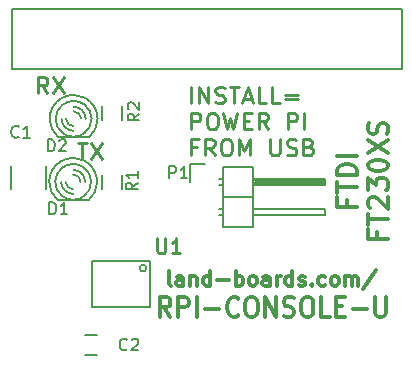
<source format=gbr>
G04 #@! TF.FileFunction,Legend,Top*
%FSLAX46Y46*%
G04 Gerber Fmt 4.6, Leading zero omitted, Abs format (unit mm)*
G04 Created by KiCad (PCBNEW (after 2015-mar-04 BZR unknown)-product) date 8/7/2018 12:49:58 PM*
%MOMM*%
G01*
G04 APERTURE LIST*
%ADD10C,0.150000*%
%ADD11C,0.254000*%
%ADD12C,0.300000*%
%ADD13C,0.127000*%
%ADD14C,0.203200*%
G04 APERTURE END LIST*
D10*
D11*
X6229048Y-11934976D02*
X7027333Y-11934976D01*
X6628190Y-13331976D02*
X6628190Y-11934976D01*
X7359952Y-11934976D02*
X8291286Y-13331976D01*
X8291286Y-11934976D02*
X7359952Y-13331976D01*
X3670905Y-7743976D02*
X3205238Y-7078738D01*
X2872619Y-7743976D02*
X2872619Y-6346976D01*
X3404810Y-6346976D01*
X3537857Y-6413500D01*
X3604381Y-6480024D01*
X3670905Y-6613071D01*
X3670905Y-6812643D01*
X3604381Y-6945690D01*
X3537857Y-7012214D01*
X3404810Y-7078738D01*
X2872619Y-7078738D01*
X4136571Y-6346976D02*
X5067905Y-7743976D01*
X5067905Y-6346976D02*
X4136571Y-7743976D01*
D12*
X28996371Y-16791690D02*
X28996371Y-17342024D01*
X29861181Y-17342024D02*
X28210181Y-17342024D01*
X28210181Y-16555833D01*
X28210181Y-16162738D02*
X28210181Y-15219309D01*
X29861181Y-15691024D02*
X28210181Y-15691024D01*
X29861181Y-14668976D02*
X28210181Y-14668976D01*
X28210181Y-14275881D01*
X28288800Y-14040023D01*
X28446038Y-13882785D01*
X28603276Y-13804166D01*
X28917752Y-13725547D01*
X29153610Y-13725547D01*
X29468086Y-13804166D01*
X29625324Y-13882785D01*
X29782562Y-14040023D01*
X29861181Y-14275881D01*
X29861181Y-14668976D01*
X29861181Y-13017976D02*
X28210181Y-13017976D01*
X31607771Y-19504047D02*
X31607771Y-20054381D01*
X32472581Y-20054381D02*
X30821581Y-20054381D01*
X30821581Y-19268190D01*
X30821581Y-18875095D02*
X30821581Y-17931666D01*
X32472581Y-18403381D02*
X30821581Y-18403381D01*
X30978819Y-17459952D02*
X30900200Y-17381333D01*
X30821581Y-17224095D01*
X30821581Y-16830999D01*
X30900200Y-16673761D01*
X30978819Y-16595142D01*
X31136057Y-16516523D01*
X31293295Y-16516523D01*
X31529152Y-16595142D01*
X32472581Y-17538571D01*
X32472581Y-16516523D01*
X30821581Y-15966190D02*
X30821581Y-14944142D01*
X31450533Y-15494476D01*
X31450533Y-15258618D01*
X31529152Y-15101380D01*
X31607771Y-15022761D01*
X31765010Y-14944142D01*
X32158105Y-14944142D01*
X32315343Y-15022761D01*
X32393962Y-15101380D01*
X32472581Y-15258618D01*
X32472581Y-15730333D01*
X32393962Y-15887571D01*
X32315343Y-15966190D01*
X30821581Y-13922095D02*
X30821581Y-13764856D01*
X30900200Y-13607618D01*
X30978819Y-13528999D01*
X31136057Y-13450380D01*
X31450533Y-13371761D01*
X31843629Y-13371761D01*
X32158105Y-13450380D01*
X32315343Y-13528999D01*
X32393962Y-13607618D01*
X32472581Y-13764856D01*
X32472581Y-13922095D01*
X32393962Y-14079333D01*
X32315343Y-14157952D01*
X32158105Y-14236571D01*
X31843629Y-14315190D01*
X31450533Y-14315190D01*
X31136057Y-14236571D01*
X30978819Y-14157952D01*
X30900200Y-14079333D01*
X30821581Y-13922095D01*
X30821581Y-12821428D02*
X32472581Y-11720761D01*
X30821581Y-11720761D02*
X32472581Y-12821428D01*
X32393962Y-11170428D02*
X32472581Y-10934571D01*
X32472581Y-10541475D01*
X32393962Y-10384237D01*
X32315343Y-10305618D01*
X32158105Y-10226999D01*
X32000867Y-10226999D01*
X31843629Y-10305618D01*
X31765010Y-10384237D01*
X31686390Y-10541475D01*
X31607771Y-10855952D01*
X31529152Y-11013190D01*
X31450533Y-11091809D01*
X31293295Y-11170428D01*
X31136057Y-11170428D01*
X30978819Y-11091809D01*
X30900200Y-11013190D01*
X30821581Y-10855952D01*
X30821581Y-10462856D01*
X30900200Y-10226999D01*
D11*
X15826619Y-8582176D02*
X15826619Y-7185176D01*
X16491857Y-8582176D02*
X16491857Y-7185176D01*
X17290143Y-8582176D01*
X17290143Y-7185176D01*
X17888857Y-8515652D02*
X18088429Y-8582176D01*
X18421048Y-8582176D01*
X18554095Y-8515652D01*
X18620619Y-8449129D01*
X18687143Y-8316081D01*
X18687143Y-8183033D01*
X18620619Y-8049986D01*
X18554095Y-7983462D01*
X18421048Y-7916938D01*
X18154952Y-7850414D01*
X18021905Y-7783890D01*
X17955381Y-7717367D01*
X17888857Y-7584319D01*
X17888857Y-7451271D01*
X17955381Y-7318224D01*
X18021905Y-7251700D01*
X18154952Y-7185176D01*
X18487572Y-7185176D01*
X18687143Y-7251700D01*
X19086286Y-7185176D02*
X19884571Y-7185176D01*
X19485428Y-8582176D02*
X19485428Y-7185176D01*
X20283714Y-8183033D02*
X20948952Y-8183033D01*
X20150667Y-8582176D02*
X20616333Y-7185176D01*
X21082000Y-8582176D01*
X22212905Y-8582176D02*
X21547667Y-8582176D01*
X21547667Y-7185176D01*
X23343810Y-8582176D02*
X22678572Y-8582176D01*
X22678572Y-7185176D01*
X23809477Y-7850414D02*
X24873858Y-7850414D01*
X24873858Y-8249557D02*
X23809477Y-8249557D01*
X15826619Y-10791976D02*
X15826619Y-9394976D01*
X16358810Y-9394976D01*
X16491857Y-9461500D01*
X16558381Y-9528024D01*
X16624905Y-9661071D01*
X16624905Y-9860643D01*
X16558381Y-9993690D01*
X16491857Y-10060214D01*
X16358810Y-10126738D01*
X15826619Y-10126738D01*
X17489714Y-9394976D02*
X17755810Y-9394976D01*
X17888857Y-9461500D01*
X18021905Y-9594548D01*
X18088429Y-9860643D01*
X18088429Y-10326310D01*
X18021905Y-10592405D01*
X17888857Y-10725452D01*
X17755810Y-10791976D01*
X17489714Y-10791976D01*
X17356667Y-10725452D01*
X17223619Y-10592405D01*
X17157095Y-10326310D01*
X17157095Y-9860643D01*
X17223619Y-9594548D01*
X17356667Y-9461500D01*
X17489714Y-9394976D01*
X18554095Y-9394976D02*
X18886714Y-10791976D01*
X19152810Y-9794119D01*
X19418905Y-10791976D01*
X19751524Y-9394976D01*
X20283714Y-10060214D02*
X20749381Y-10060214D01*
X20948952Y-10791976D02*
X20283714Y-10791976D01*
X20283714Y-9394976D01*
X20948952Y-9394976D01*
X22345952Y-10791976D02*
X21880285Y-10126738D01*
X21547666Y-10791976D02*
X21547666Y-9394976D01*
X22079857Y-9394976D01*
X22212904Y-9461500D01*
X22279428Y-9528024D01*
X22345952Y-9661071D01*
X22345952Y-9860643D01*
X22279428Y-9993690D01*
X22212904Y-10060214D01*
X22079857Y-10126738D01*
X21547666Y-10126738D01*
X24009047Y-10791976D02*
X24009047Y-9394976D01*
X24541238Y-9394976D01*
X24674285Y-9461500D01*
X24740809Y-9528024D01*
X24807333Y-9661071D01*
X24807333Y-9860643D01*
X24740809Y-9993690D01*
X24674285Y-10060214D01*
X24541238Y-10126738D01*
X24009047Y-10126738D01*
X25406047Y-10791976D02*
X25406047Y-9394976D01*
X16292286Y-12270014D02*
X15826619Y-12270014D01*
X15826619Y-13001776D02*
X15826619Y-11604776D01*
X16491857Y-11604776D01*
X17822334Y-13001776D02*
X17356667Y-12336538D01*
X17024048Y-13001776D02*
X17024048Y-11604776D01*
X17556239Y-11604776D01*
X17689286Y-11671300D01*
X17755810Y-11737824D01*
X17822334Y-11870871D01*
X17822334Y-12070443D01*
X17755810Y-12203490D01*
X17689286Y-12270014D01*
X17556239Y-12336538D01*
X17024048Y-12336538D01*
X18687143Y-11604776D02*
X18953239Y-11604776D01*
X19086286Y-11671300D01*
X19219334Y-11804348D01*
X19285858Y-12070443D01*
X19285858Y-12536110D01*
X19219334Y-12802205D01*
X19086286Y-12935252D01*
X18953239Y-13001776D01*
X18687143Y-13001776D01*
X18554096Y-12935252D01*
X18421048Y-12802205D01*
X18354524Y-12536110D01*
X18354524Y-12070443D01*
X18421048Y-11804348D01*
X18554096Y-11671300D01*
X18687143Y-11604776D01*
X19884572Y-13001776D02*
X19884572Y-11604776D01*
X20350239Y-12602633D01*
X20815905Y-11604776D01*
X20815905Y-13001776D01*
X22545524Y-11604776D02*
X22545524Y-12735681D01*
X22612048Y-12868729D01*
X22678572Y-12935252D01*
X22811619Y-13001776D01*
X23077715Y-13001776D01*
X23210762Y-12935252D01*
X23277286Y-12868729D01*
X23343810Y-12735681D01*
X23343810Y-11604776D01*
X23942524Y-12935252D02*
X24142096Y-13001776D01*
X24474715Y-13001776D01*
X24607762Y-12935252D01*
X24674286Y-12868729D01*
X24740810Y-12735681D01*
X24740810Y-12602633D01*
X24674286Y-12469586D01*
X24607762Y-12403062D01*
X24474715Y-12336538D01*
X24208619Y-12270014D01*
X24075572Y-12203490D01*
X24009048Y-12136967D01*
X23942524Y-12003919D01*
X23942524Y-11870871D01*
X24009048Y-11737824D01*
X24075572Y-11671300D01*
X24208619Y-11604776D01*
X24541239Y-11604776D01*
X24740810Y-11671300D01*
X25805191Y-12270014D02*
X26004762Y-12336538D01*
X26071286Y-12403062D01*
X26137810Y-12536110D01*
X26137810Y-12735681D01*
X26071286Y-12868729D01*
X26004762Y-12935252D01*
X25871715Y-13001776D01*
X25339524Y-13001776D01*
X25339524Y-11604776D01*
X25805191Y-11604776D01*
X25938238Y-11671300D01*
X26004762Y-11737824D01*
X26071286Y-11870871D01*
X26071286Y-12003919D01*
X26004762Y-12136967D01*
X25938238Y-12203490D01*
X25805191Y-12270014D01*
X25339524Y-12270014D01*
D12*
X14133095Y-24044524D02*
X14012142Y-23984048D01*
X13951666Y-23863095D01*
X13951666Y-22774524D01*
X15161190Y-24044524D02*
X15161190Y-23379286D01*
X15100713Y-23258333D01*
X14979761Y-23197857D01*
X14737856Y-23197857D01*
X14616904Y-23258333D01*
X15161190Y-23984048D02*
X15040237Y-24044524D01*
X14737856Y-24044524D01*
X14616904Y-23984048D01*
X14556428Y-23863095D01*
X14556428Y-23742143D01*
X14616904Y-23621190D01*
X14737856Y-23560714D01*
X15040237Y-23560714D01*
X15161190Y-23500238D01*
X15765952Y-23197857D02*
X15765952Y-24044524D01*
X15765952Y-23318810D02*
X15826428Y-23258333D01*
X15947381Y-23197857D01*
X16128809Y-23197857D01*
X16249761Y-23258333D01*
X16310238Y-23379286D01*
X16310238Y-24044524D01*
X17459286Y-24044524D02*
X17459286Y-22774524D01*
X17459286Y-23984048D02*
X17338333Y-24044524D01*
X17096429Y-24044524D01*
X16975476Y-23984048D01*
X16915000Y-23923571D01*
X16854524Y-23802619D01*
X16854524Y-23439762D01*
X16915000Y-23318810D01*
X16975476Y-23258333D01*
X17096429Y-23197857D01*
X17338333Y-23197857D01*
X17459286Y-23258333D01*
X18064048Y-23560714D02*
X19031667Y-23560714D01*
X19636429Y-24044524D02*
X19636429Y-22774524D01*
X19636429Y-23258333D02*
X19757381Y-23197857D01*
X19999286Y-23197857D01*
X20120238Y-23258333D01*
X20180715Y-23318810D01*
X20241191Y-23439762D01*
X20241191Y-23802619D01*
X20180715Y-23923571D01*
X20120238Y-23984048D01*
X19999286Y-24044524D01*
X19757381Y-24044524D01*
X19636429Y-23984048D01*
X20966906Y-24044524D02*
X20845953Y-23984048D01*
X20785477Y-23923571D01*
X20725001Y-23802619D01*
X20725001Y-23439762D01*
X20785477Y-23318810D01*
X20845953Y-23258333D01*
X20966906Y-23197857D01*
X21148334Y-23197857D01*
X21269286Y-23258333D01*
X21329763Y-23318810D01*
X21390239Y-23439762D01*
X21390239Y-23802619D01*
X21329763Y-23923571D01*
X21269286Y-23984048D01*
X21148334Y-24044524D01*
X20966906Y-24044524D01*
X22478811Y-24044524D02*
X22478811Y-23379286D01*
X22418334Y-23258333D01*
X22297382Y-23197857D01*
X22055477Y-23197857D01*
X21934525Y-23258333D01*
X22478811Y-23984048D02*
X22357858Y-24044524D01*
X22055477Y-24044524D01*
X21934525Y-23984048D01*
X21874049Y-23863095D01*
X21874049Y-23742143D01*
X21934525Y-23621190D01*
X22055477Y-23560714D01*
X22357858Y-23560714D01*
X22478811Y-23500238D01*
X23083573Y-24044524D02*
X23083573Y-23197857D01*
X23083573Y-23439762D02*
X23144049Y-23318810D01*
X23204525Y-23258333D01*
X23325478Y-23197857D01*
X23446430Y-23197857D01*
X24414049Y-24044524D02*
X24414049Y-22774524D01*
X24414049Y-23984048D02*
X24293096Y-24044524D01*
X24051192Y-24044524D01*
X23930239Y-23984048D01*
X23869763Y-23923571D01*
X23809287Y-23802619D01*
X23809287Y-23439762D01*
X23869763Y-23318810D01*
X23930239Y-23258333D01*
X24051192Y-23197857D01*
X24293096Y-23197857D01*
X24414049Y-23258333D01*
X24958335Y-23984048D02*
X25079287Y-24044524D01*
X25321192Y-24044524D01*
X25442144Y-23984048D01*
X25502620Y-23863095D01*
X25502620Y-23802619D01*
X25442144Y-23681667D01*
X25321192Y-23621190D01*
X25139763Y-23621190D01*
X25018811Y-23560714D01*
X24958335Y-23439762D01*
X24958335Y-23379286D01*
X25018811Y-23258333D01*
X25139763Y-23197857D01*
X25321192Y-23197857D01*
X25442144Y-23258333D01*
X26046906Y-23923571D02*
X26107382Y-23984048D01*
X26046906Y-24044524D01*
X25986430Y-23984048D01*
X26046906Y-23923571D01*
X26046906Y-24044524D01*
X27195954Y-23984048D02*
X27075001Y-24044524D01*
X26833097Y-24044524D01*
X26712144Y-23984048D01*
X26651668Y-23923571D01*
X26591192Y-23802619D01*
X26591192Y-23439762D01*
X26651668Y-23318810D01*
X26712144Y-23258333D01*
X26833097Y-23197857D01*
X27075001Y-23197857D01*
X27195954Y-23258333D01*
X27921668Y-24044524D02*
X27800715Y-23984048D01*
X27740239Y-23923571D01*
X27679763Y-23802619D01*
X27679763Y-23439762D01*
X27740239Y-23318810D01*
X27800715Y-23258333D01*
X27921668Y-23197857D01*
X28103096Y-23197857D01*
X28224048Y-23258333D01*
X28284525Y-23318810D01*
X28345001Y-23439762D01*
X28345001Y-23802619D01*
X28284525Y-23923571D01*
X28224048Y-23984048D01*
X28103096Y-24044524D01*
X27921668Y-24044524D01*
X28889287Y-24044524D02*
X28889287Y-23197857D01*
X28889287Y-23318810D02*
X28949763Y-23258333D01*
X29070716Y-23197857D01*
X29252144Y-23197857D01*
X29373096Y-23258333D01*
X29433573Y-23379286D01*
X29433573Y-24044524D01*
X29433573Y-23379286D02*
X29494049Y-23258333D01*
X29615001Y-23197857D01*
X29796430Y-23197857D01*
X29917382Y-23258333D01*
X29977858Y-23379286D01*
X29977858Y-24044524D01*
X31489763Y-22714048D02*
X30401191Y-24346905D01*
X14077380Y-26656881D02*
X13560713Y-25870690D01*
X13191666Y-26656881D02*
X13191666Y-25005881D01*
X13782142Y-25005881D01*
X13929761Y-25084500D01*
X14003570Y-25163119D01*
X14077380Y-25320357D01*
X14077380Y-25556214D01*
X14003570Y-25713452D01*
X13929761Y-25792071D01*
X13782142Y-25870690D01*
X13191666Y-25870690D01*
X14741666Y-26656881D02*
X14741666Y-25005881D01*
X15332142Y-25005881D01*
X15479761Y-25084500D01*
X15553570Y-25163119D01*
X15627380Y-25320357D01*
X15627380Y-25556214D01*
X15553570Y-25713452D01*
X15479761Y-25792071D01*
X15332142Y-25870690D01*
X14741666Y-25870690D01*
X16291666Y-26656881D02*
X16291666Y-25005881D01*
X17029761Y-26027929D02*
X18210713Y-26027929D01*
X19834523Y-26499643D02*
X19760713Y-26578262D01*
X19539285Y-26656881D01*
X19391666Y-26656881D01*
X19170237Y-26578262D01*
X19022618Y-26421024D01*
X18948809Y-26263786D01*
X18874999Y-25949310D01*
X18874999Y-25713452D01*
X18948809Y-25398976D01*
X19022618Y-25241738D01*
X19170237Y-25084500D01*
X19391666Y-25005881D01*
X19539285Y-25005881D01*
X19760713Y-25084500D01*
X19834523Y-25163119D01*
X20794047Y-25005881D02*
X21089285Y-25005881D01*
X21236904Y-25084500D01*
X21384523Y-25241738D01*
X21458332Y-25556214D01*
X21458332Y-26106548D01*
X21384523Y-26421024D01*
X21236904Y-26578262D01*
X21089285Y-26656881D01*
X20794047Y-26656881D01*
X20646428Y-26578262D01*
X20498809Y-26421024D01*
X20424999Y-26106548D01*
X20424999Y-25556214D01*
X20498809Y-25241738D01*
X20646428Y-25084500D01*
X20794047Y-25005881D01*
X22122619Y-26656881D02*
X22122619Y-25005881D01*
X23008333Y-26656881D01*
X23008333Y-25005881D01*
X23672619Y-26578262D02*
X23894048Y-26656881D01*
X24263095Y-26656881D01*
X24410714Y-26578262D01*
X24484524Y-26499643D01*
X24558333Y-26342405D01*
X24558333Y-26185167D01*
X24484524Y-26027929D01*
X24410714Y-25949310D01*
X24263095Y-25870690D01*
X23967857Y-25792071D01*
X23820238Y-25713452D01*
X23746429Y-25634833D01*
X23672619Y-25477595D01*
X23672619Y-25320357D01*
X23746429Y-25163119D01*
X23820238Y-25084500D01*
X23967857Y-25005881D01*
X24336905Y-25005881D01*
X24558333Y-25084500D01*
X25517857Y-25005881D02*
X25813095Y-25005881D01*
X25960714Y-25084500D01*
X26108333Y-25241738D01*
X26182142Y-25556214D01*
X26182142Y-26106548D01*
X26108333Y-26421024D01*
X25960714Y-26578262D01*
X25813095Y-26656881D01*
X25517857Y-26656881D01*
X25370238Y-26578262D01*
X25222619Y-26421024D01*
X25148809Y-26106548D01*
X25148809Y-25556214D01*
X25222619Y-25241738D01*
X25370238Y-25084500D01*
X25517857Y-25005881D01*
X27584524Y-26656881D02*
X26846429Y-26656881D01*
X26846429Y-25005881D01*
X28101191Y-25792071D02*
X28617857Y-25792071D01*
X28839286Y-26656881D02*
X28101191Y-26656881D01*
X28101191Y-25005881D01*
X28839286Y-25005881D01*
X29503572Y-26027929D02*
X30684524Y-26027929D01*
X31422620Y-25005881D02*
X31422620Y-26342405D01*
X31496429Y-26499643D01*
X31570239Y-26578262D01*
X31717858Y-26656881D01*
X32013096Y-26656881D01*
X32160715Y-26578262D01*
X32234524Y-26499643D01*
X32308334Y-26342405D01*
X32308334Y-25005881D01*
D10*
X6866000Y-29933000D02*
X7866000Y-29933000D01*
X7866000Y-28233000D02*
X6866000Y-28233000D01*
X557000Y-13859000D02*
X557000Y-15859000D01*
X3507000Y-15859000D02*
X3507000Y-13859000D01*
D13*
X12382500Y-21907500D02*
X7429500Y-21907500D01*
X7429500Y-21907500D02*
X7429500Y-25844500D01*
X7429500Y-25844500D02*
X12382500Y-25844500D01*
X12382500Y-25844500D02*
X12382500Y-21907500D01*
X12031481Y-22542500D02*
G75*
G03X12031481Y-22542500I-283981J0D01*
G01*
D14*
X635000Y-5715000D02*
X33655000Y-5715000D01*
X33655000Y-635000D02*
X635000Y-635000D01*
X635000Y-635000D02*
X635000Y-5715000D01*
X33655000Y-5715000D02*
X33655000Y-635000D01*
D10*
X4572000Y-16814800D02*
X7112000Y-16814800D01*
X6817527Y-14069136D02*
G75*
G03X5842000Y-13716000I-975527J-1170864D01*
G01*
X5841531Y-13717889D02*
G75*
G03X4831080Y-14102080I469J-1522111D01*
G01*
X5842034Y-16762147D02*
G75*
G03X6832600Y-16395700I-34J1522147D01*
G01*
X4866473Y-16410864D02*
G75*
G03X5842000Y-16764000I975527J1170864D01*
G01*
X6729155Y-16479166D02*
G75*
G03X7366000Y-15240000I-887155J1239166D01*
G01*
X7366000Y-15239199D02*
G75*
G03X6756400Y-14020800I-1524000J-801D01*
G01*
X4319794Y-15240442D02*
G75*
G03X4907280Y-16441420I1522206J442D01*
G01*
X4905829Y-14037436D02*
G75*
G03X4318000Y-15240000I936171J-1202564D01*
G01*
X6477000Y-15240000D02*
G75*
G03X5842000Y-14605000I-635000J0D01*
G01*
X6858000Y-15240000D02*
G75*
G03X5842000Y-14224000I-1016000J0D01*
G01*
X5207000Y-15240000D02*
G75*
G03X5842000Y-15875000I635000J0D01*
G01*
X4826000Y-15240000D02*
G75*
G03X5842000Y-16256000I1016000J0D01*
G01*
X7145426Y-16798880D02*
G75*
G03X7874000Y-15240000I-1303426J1558880D01*
G01*
X7871460Y-15239025D02*
G75*
G03X6797040Y-13449300I-2029460J-975D01*
G01*
X3812614Y-15242552D02*
G75*
G03X4531360Y-16789400I2029386J2552D01*
G01*
X4832149Y-13476701D02*
G75*
G03X3810000Y-15240000I1009851J-1763299D01*
G01*
X6805347Y-13450870D02*
G75*
G03X5842000Y-13208000I-963347J-1789130D01*
G01*
X5841900Y-13209077D02*
G75*
G03X4777740Y-13510260I100J-2030923D01*
G01*
X4610000Y-11478800D02*
X7150000Y-11478800D01*
X6855527Y-8733136D02*
G75*
G03X5880000Y-8380000I-975527J-1170864D01*
G01*
X5879531Y-8381889D02*
G75*
G03X4869080Y-8766080I469J-1522111D01*
G01*
X5880034Y-11426147D02*
G75*
G03X6870600Y-11059700I-34J1522147D01*
G01*
X4904473Y-11074864D02*
G75*
G03X5880000Y-11428000I975527J1170864D01*
G01*
X6767155Y-11143166D02*
G75*
G03X7404000Y-9904000I-887155J1239166D01*
G01*
X7404000Y-9903199D02*
G75*
G03X6794400Y-8684800I-1524000J-801D01*
G01*
X4357794Y-9904442D02*
G75*
G03X4945280Y-11105420I1522206J442D01*
G01*
X4943829Y-8701436D02*
G75*
G03X4356000Y-9904000I936171J-1202564D01*
G01*
X6515000Y-9904000D02*
G75*
G03X5880000Y-9269000I-635000J0D01*
G01*
X6896000Y-9904000D02*
G75*
G03X5880000Y-8888000I-1016000J0D01*
G01*
X5245000Y-9904000D02*
G75*
G03X5880000Y-10539000I635000J0D01*
G01*
X4864000Y-9904000D02*
G75*
G03X5880000Y-10920000I1016000J0D01*
G01*
X7183426Y-11462880D02*
G75*
G03X7912000Y-9904000I-1303426J1558880D01*
G01*
X7909460Y-9903025D02*
G75*
G03X6835040Y-8113300I-2029460J-975D01*
G01*
X3850614Y-9906552D02*
G75*
G03X4569360Y-11453400I2029386J2552D01*
G01*
X4870149Y-8140701D02*
G75*
G03X3848000Y-9904000I1009851J-1763299D01*
G01*
X6843347Y-8114870D02*
G75*
G03X5880000Y-7872000I-963347J-1789130D01*
G01*
X5879900Y-7873077D02*
G75*
G03X4815740Y-8174260I100J-2030923D01*
G01*
X10019000Y-14640000D02*
X10019000Y-15840000D01*
X8269000Y-15840000D02*
X8269000Y-14640000D01*
X10019000Y-8798000D02*
X10019000Y-9998000D01*
X8269000Y-9998000D02*
X8269000Y-8798000D01*
X15718000Y-13690000D02*
X15718000Y-15240000D01*
X17018000Y-13690000D02*
X15718000Y-13690000D01*
X21209000Y-15113000D02*
X27051000Y-15113000D01*
X27051000Y-15113000D02*
X27051000Y-15367000D01*
X27051000Y-15367000D02*
X21209000Y-15367000D01*
X21209000Y-15367000D02*
X21209000Y-15240000D01*
X21209000Y-15240000D02*
X27051000Y-15240000D01*
X18542000Y-14986000D02*
X18161000Y-14986000D01*
X18542000Y-15494000D02*
X18161000Y-15494000D01*
X18542000Y-17526000D02*
X18161000Y-17526000D01*
X18542000Y-18034000D02*
X18161000Y-18034000D01*
X18542000Y-13970000D02*
X21082000Y-13970000D01*
X18542000Y-16510000D02*
X21082000Y-16510000D01*
X18542000Y-16510000D02*
X18542000Y-19050000D01*
X18542000Y-19050000D02*
X21082000Y-19050000D01*
X21082000Y-17526000D02*
X27178000Y-17526000D01*
X27178000Y-17526000D02*
X27178000Y-18034000D01*
X27178000Y-18034000D02*
X21082000Y-18034000D01*
X21082000Y-19050000D02*
X21082000Y-16510000D01*
X21082000Y-16510000D02*
X21082000Y-13970000D01*
X27178000Y-15494000D02*
X21082000Y-15494000D01*
X27178000Y-14986000D02*
X27178000Y-15494000D01*
X21082000Y-14986000D02*
X27178000Y-14986000D01*
X18542000Y-16510000D02*
X21082000Y-16510000D01*
X18542000Y-13970000D02*
X18542000Y-16510000D01*
X10403334Y-29417143D02*
X10355715Y-29464762D01*
X10212858Y-29512381D01*
X10117620Y-29512381D01*
X9974762Y-29464762D01*
X9879524Y-29369524D01*
X9831905Y-29274286D01*
X9784286Y-29083810D01*
X9784286Y-28940952D01*
X9831905Y-28750476D01*
X9879524Y-28655238D01*
X9974762Y-28560000D01*
X10117620Y-28512381D01*
X10212858Y-28512381D01*
X10355715Y-28560000D01*
X10403334Y-28607619D01*
X10784286Y-28607619D02*
X10831905Y-28560000D01*
X10927143Y-28512381D01*
X11165239Y-28512381D01*
X11260477Y-28560000D01*
X11308096Y-28607619D01*
X11355715Y-28702857D01*
X11355715Y-28798095D01*
X11308096Y-28940952D01*
X10736667Y-29512381D01*
X11355715Y-29512381D01*
X1230334Y-11406143D02*
X1182715Y-11453762D01*
X1039858Y-11501381D01*
X944620Y-11501381D01*
X801762Y-11453762D01*
X706524Y-11358524D01*
X658905Y-11263286D01*
X611286Y-11072810D01*
X611286Y-10929952D01*
X658905Y-10739476D01*
X706524Y-10644238D01*
X801762Y-10549000D01*
X944620Y-10501381D01*
X1039858Y-10501381D01*
X1182715Y-10549000D01*
X1230334Y-10596619D01*
X2182715Y-11501381D02*
X1611286Y-11501381D01*
X1897000Y-11501381D02*
X1897000Y-10501381D01*
X1801762Y-10644238D01*
X1706524Y-10739476D01*
X1611286Y-10787095D01*
D11*
X12924381Y-20030524D02*
X12924381Y-21058619D01*
X12984857Y-21179571D01*
X13045333Y-21240048D01*
X13166286Y-21300524D01*
X13408190Y-21300524D01*
X13529143Y-21240048D01*
X13589619Y-21179571D01*
X13650095Y-21058619D01*
X13650095Y-20030524D01*
X14920095Y-21300524D02*
X14194381Y-21300524D01*
X14557238Y-21300524D02*
X14557238Y-20030524D01*
X14436286Y-20211952D01*
X14315333Y-20332905D01*
X14194381Y-20393381D01*
D10*
X3833905Y-17978381D02*
X3833905Y-16978381D01*
X4072000Y-16978381D01*
X4214858Y-17026000D01*
X4310096Y-17121238D01*
X4357715Y-17216476D01*
X4405334Y-17406952D01*
X4405334Y-17549810D01*
X4357715Y-17740286D01*
X4310096Y-17835524D01*
X4214858Y-17930762D01*
X4072000Y-17978381D01*
X3833905Y-17978381D01*
X5357715Y-17978381D02*
X4786286Y-17978381D01*
X5072000Y-17978381D02*
X5072000Y-16978381D01*
X4976762Y-17121238D01*
X4881524Y-17216476D01*
X4786286Y-17264095D01*
X3706905Y-12644381D02*
X3706905Y-11644381D01*
X3945000Y-11644381D01*
X4087858Y-11692000D01*
X4183096Y-11787238D01*
X4230715Y-11882476D01*
X4278334Y-12072952D01*
X4278334Y-12215810D01*
X4230715Y-12406286D01*
X4183096Y-12501524D01*
X4087858Y-12596762D01*
X3945000Y-12644381D01*
X3706905Y-12644381D01*
X4659286Y-11739619D02*
X4706905Y-11692000D01*
X4802143Y-11644381D01*
X5040239Y-11644381D01*
X5135477Y-11692000D01*
X5183096Y-11739619D01*
X5230715Y-11834857D01*
X5230715Y-11930095D01*
X5183096Y-12072952D01*
X4611667Y-12644381D01*
X5230715Y-12644381D01*
X11300381Y-15300166D02*
X10824190Y-15633500D01*
X11300381Y-15871595D02*
X10300381Y-15871595D01*
X10300381Y-15490642D01*
X10348000Y-15395404D01*
X10395619Y-15347785D01*
X10490857Y-15300166D01*
X10633714Y-15300166D01*
X10728952Y-15347785D01*
X10776571Y-15395404D01*
X10824190Y-15490642D01*
X10824190Y-15871595D01*
X11300381Y-14347785D02*
X11300381Y-14919214D01*
X11300381Y-14633500D02*
X10300381Y-14633500D01*
X10443238Y-14728738D01*
X10538476Y-14823976D01*
X10586095Y-14919214D01*
X11450381Y-9470166D02*
X10974190Y-9803500D01*
X11450381Y-10041595D02*
X10450381Y-10041595D01*
X10450381Y-9660642D01*
X10498000Y-9565404D01*
X10545619Y-9517785D01*
X10640857Y-9470166D01*
X10783714Y-9470166D01*
X10878952Y-9517785D01*
X10926571Y-9565404D01*
X10974190Y-9660642D01*
X10974190Y-10041595D01*
X10545619Y-9089214D02*
X10498000Y-9041595D01*
X10450381Y-8946357D01*
X10450381Y-8708261D01*
X10498000Y-8613023D01*
X10545619Y-8565404D01*
X10640857Y-8517785D01*
X10736095Y-8517785D01*
X10878952Y-8565404D01*
X11450381Y-9136833D01*
X11450381Y-8517785D01*
X13993905Y-14930381D02*
X13993905Y-13930381D01*
X14374858Y-13930381D01*
X14470096Y-13978000D01*
X14517715Y-14025619D01*
X14565334Y-14120857D01*
X14565334Y-14263714D01*
X14517715Y-14358952D01*
X14470096Y-14406571D01*
X14374858Y-14454190D01*
X13993905Y-14454190D01*
X15517715Y-14930381D02*
X14946286Y-14930381D01*
X15232000Y-14930381D02*
X15232000Y-13930381D01*
X15136762Y-14073238D01*
X15041524Y-14168476D01*
X14946286Y-14216095D01*
M02*

</source>
